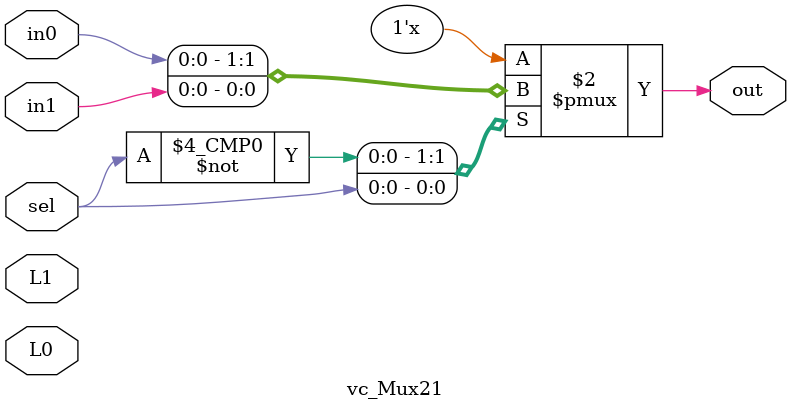
<source format=v>

`ifndef VC_MUX2_V
`define VC_MUX2_V


module vc_Mux21
#(
  parameter p_nbits = 1
)(
  input      [p_nbits-1:0] 	in0, 
  input		 [p_nbits-1:0] 	in1,
  input		 		   		L0,
  input		 		   		L1,
  input                    			sel,
  output reg [p_nbits-1:0]		out
);

  //reg [1:0] 	out_domain;
  always @(*)
  begin
    case ( sel )
	  1'd0 : out = in0;
	  1'd1 : out = in1;
      default : out = {p_nbits{1'bx}};
    endcase
  end

endmodule

`endif /* VC_MUX2_V */


</source>
